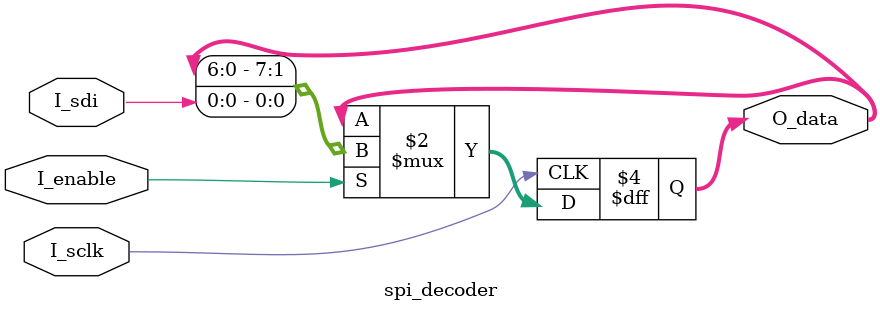
<source format=v>
`timescale 1ns / 1ps
module spi_decoder #
(
	parameter DATA_SIZE = 8		// The size of the parallel output data.
)
(
	//
	//			------- Inputs -------
	//
	input I_sclk,									// Serial data clock
	input I_enable,								// Enable for the decoder
	input I_sdi,									// Serial data input
	//
	//			------- Outputs -------
	//
	output reg [DATA_SIZE - 1:0] O_data		// Parallel output data
);

// Shift up data and insert SDI on rising clock edge.
always @(posedge I_sclk)
	if (I_enable) O_data <= {O_data[DATA_SIZE - 2:0], I_sdi};

endmodule

</source>
